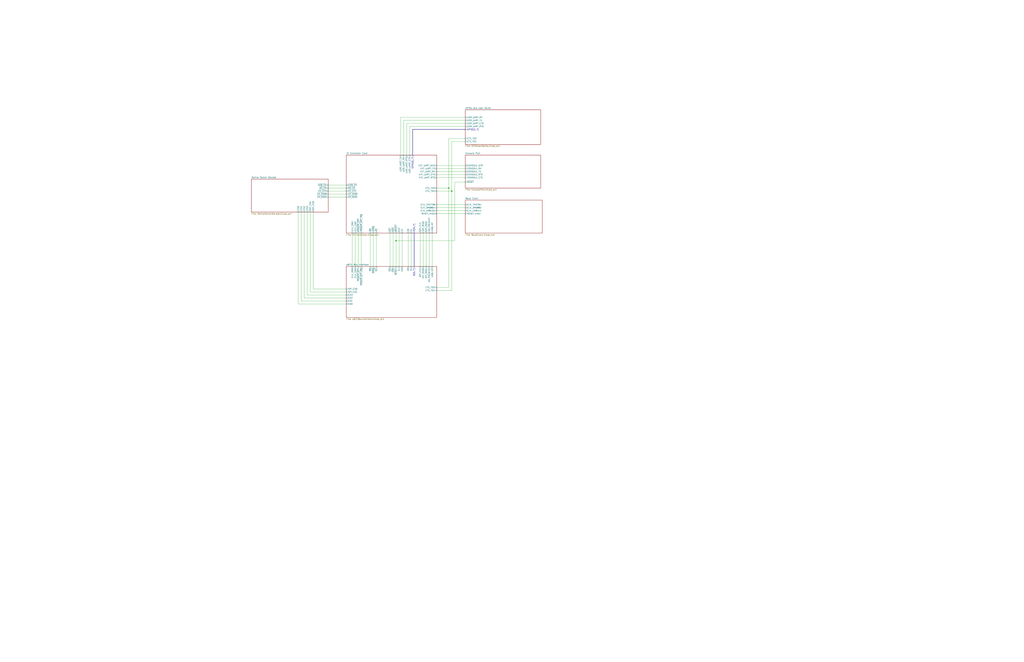
<source format=kicad_sch>
(kicad_sch
	(version 20250114)
	(generator "eeschema")
	(generator_version "9.0")
	(uuid "db33a8e4-587d-4e74-8d3f-b68910957121")
	(paper "D")
	(title_block
		(title "Zephyr-80 IO Controller")
		(date "2026-02-02")
		(rev "0.1")
	)
	(lib_symbols)
	(junction
		(at 334.01 203.2)
		(diameter 0)
		(color 0 0 0 0)
		(uuid "05ef5dbb-58ff-434e-88ff-2031ed8b9d58")
	)
	(junction
		(at 378.46 158.75)
		(diameter 0)
		(color 0 0 0 0)
		(uuid "90637f61-b9fe-4375-a7d3-52a477563d0f")
	)
	(junction
		(at 381 161.29)
		(diameter 0)
		(color 0 0 0 0)
		(uuid "dc83f77d-1b3c-4695-a196-0f8b97268efa")
	)
	(wire
		(pts
			(xy 381 245.11) (xy 368.3 245.11)
		)
		(stroke
			(width 0)
			(type default)
		)
		(uuid "0d1e92e5-5ad8-4031-be74-5d3bb4a935e2")
	)
	(wire
		(pts
			(xy 292.1 246.38) (xy 261.62 246.38)
		)
		(stroke
			(width 0)
			(type default)
		)
		(uuid "0f56e347-37cf-493f-ae8a-b62660f8a8de")
	)
	(wire
		(pts
			(xy 292.1 254) (xy 254 254)
		)
		(stroke
			(width 0)
			(type default)
		)
		(uuid "13c979f3-e68a-49f9-b109-a893742d49f5")
	)
	(wire
		(pts
			(xy 368.3 180.34) (xy 392.43 180.34)
		)
		(stroke
			(width 0)
			(type default)
		)
		(uuid "16479f65-fe00-49a9-a96f-e44c15569bd6")
	)
	(wire
		(pts
			(xy 337.82 99.06) (xy 337.82 130.81)
		)
		(stroke
			(width 0)
			(type default)
		)
		(uuid "19372f56-de01-42fa-9eb7-db3b16d44c83")
	)
	(bus
		(pts
			(xy 347.98 109.22) (xy 392.43 109.22)
		)
		(stroke
			(width 0)
			(type default)
		)
		(uuid "217cf9bf-7f4c-4692-a405-9d975aa48de2")
	)
	(wire
		(pts
			(xy 378.46 116.84) (xy 392.43 116.84)
		)
		(stroke
			(width 0)
			(type default)
		)
		(uuid "23aeb476-9a93-4009-89ae-c39db9caa528")
	)
	(wire
		(pts
			(xy 312.42 196.85) (xy 312.42 224.79)
		)
		(stroke
			(width 0)
			(type default)
		)
		(uuid "247632b3-a7eb-4ac9-96ec-8512b7dd9f96")
	)
	(wire
		(pts
			(xy 276.86 163.83) (xy 292.1 163.83)
		)
		(stroke
			(width 0)
			(type default)
		)
		(uuid "26073b0d-1c17-4989-99e8-a4cefe807248")
	)
	(wire
		(pts
			(xy 276.86 166.37) (xy 292.1 166.37)
		)
		(stroke
			(width 0)
			(type default)
		)
		(uuid "2631b2ad-f462-45a5-984b-ea27985bc647")
	)
	(wire
		(pts
			(xy 368.3 161.29) (xy 381 161.29)
		)
		(stroke
			(width 0)
			(type default)
		)
		(uuid "2d0c2605-75a1-4ca3-8098-567d78d7b1fb")
	)
	(wire
		(pts
			(xy 392.43 99.06) (xy 337.82 99.06)
		)
		(stroke
			(width 0)
			(type default)
		)
		(uuid "33e44973-cc8f-4f17-a4b4-ed8351d0cfc1")
	)
	(wire
		(pts
			(xy 342.9 130.81) (xy 342.9 104.14)
		)
		(stroke
			(width 0)
			(type default)
		)
		(uuid "38100e9f-d718-4321-89c6-49b084eaaf0f")
	)
	(wire
		(pts
			(xy 381 161.29) (xy 381 119.38)
		)
		(stroke
			(width 0)
			(type default)
		)
		(uuid "3ab501eb-90fd-4e4a-8fc2-e37c605b25c9")
	)
	(wire
		(pts
			(xy 368.3 158.75) (xy 378.46 158.75)
		)
		(stroke
			(width 0)
			(type default)
		)
		(uuid "3e4f2fb3-cffc-4b90-b995-33ce2bdaeba1")
	)
	(wire
		(pts
			(xy 261.62 246.38) (xy 261.62 179.07)
		)
		(stroke
			(width 0)
			(type default)
		)
		(uuid "4919fb5e-133f-4c2d-b53f-ee3e536fc478")
	)
	(wire
		(pts
			(xy 381 161.29) (xy 381 245.11)
		)
		(stroke
			(width 0)
			(type default)
		)
		(uuid "4de11120-f70b-4421-aa36-1db8ef7770ef")
	)
	(wire
		(pts
			(xy 346.71 196.85) (xy 346.71 224.79)
		)
		(stroke
			(width 0)
			(type default)
		)
		(uuid "4ee137a7-b161-41e3-80d4-3e874191f20b")
	)
	(wire
		(pts
			(xy 368.3 147.32) (xy 392.43 147.32)
		)
		(stroke
			(width 0)
			(type default)
		)
		(uuid "5b8564e9-5159-46a8-8374-16bd171801fc")
	)
	(wire
		(pts
			(xy 292.1 251.46) (xy 256.54 251.46)
		)
		(stroke
			(width 0)
			(type default)
		)
		(uuid "5ff62195-d14a-48da-8c9b-ebe76816e13e")
	)
	(wire
		(pts
			(xy 378.46 158.75) (xy 378.46 242.57)
		)
		(stroke
			(width 0)
			(type default)
		)
		(uuid "6402445e-ac41-41dc-b656-d21816f45675")
	)
	(wire
		(pts
			(xy 361.95 196.85) (xy 361.95 224.79)
		)
		(stroke
			(width 0)
			(type default)
		)
		(uuid "6b35d5c3-b6a8-4e10-86ae-4e6c656e910e")
	)
	(wire
		(pts
			(xy 304.8 196.85) (xy 304.8 224.79)
		)
		(stroke
			(width 0)
			(type default)
		)
		(uuid "6d45a5c1-1067-48bb-9542-f8a26aa8e4c0")
	)
	(wire
		(pts
			(xy 368.3 144.78) (xy 392.43 144.78)
		)
		(stroke
			(width 0)
			(type default)
		)
		(uuid "6e8a739c-5551-4afe-b66b-a2f4103dc9d8")
	)
	(wire
		(pts
			(xy 251.46 256.54) (xy 251.46 179.07)
		)
		(stroke
			(width 0)
			(type default)
		)
		(uuid "7072677f-d2f0-4931-8964-0017d39c4a09")
	)
	(wire
		(pts
			(xy 381 119.38) (xy 392.43 119.38)
		)
		(stroke
			(width 0)
			(type default)
		)
		(uuid "7189db4a-8f7a-4c55-a2b9-b50863b79ff1")
	)
	(wire
		(pts
			(xy 378.46 242.57) (xy 368.3 242.57)
		)
		(stroke
			(width 0)
			(type default)
		)
		(uuid "75444b16-2c98-448a-b676-e5ed98df8839")
	)
	(wire
		(pts
			(xy 344.17 196.85) (xy 344.17 224.79)
		)
		(stroke
			(width 0)
			(type default)
		)
		(uuid "76132185-5c1b-434c-95d6-9e79307b9958")
	)
	(wire
		(pts
			(xy 334.01 203.2) (xy 334.01 224.79)
		)
		(stroke
			(width 0)
			(type default)
		)
		(uuid "76b67d1b-e9ba-4d38-bac5-f8f6c724fafb")
	)
	(wire
		(pts
			(xy 339.09 196.85) (xy 339.09 224.79)
		)
		(stroke
			(width 0)
			(type default)
		)
		(uuid "7f41cdf5-5e69-44d2-b54f-2502c863900a")
	)
	(wire
		(pts
			(xy 317.5 196.85) (xy 317.5 224.79)
		)
		(stroke
			(width 0)
			(type default)
		)
		(uuid "8501a03a-c1b4-4fa9-8790-42b732d1af8b")
	)
	(wire
		(pts
			(xy 383.54 153.67) (xy 392.43 153.67)
		)
		(stroke
			(width 0)
			(type default)
		)
		(uuid "8c1a943b-78f8-4c2a-8cd7-771ac37db096")
	)
	(wire
		(pts
			(xy 368.3 177.8) (xy 392.43 177.8)
		)
		(stroke
			(width 0)
			(type default)
		)
		(uuid "8cc33781-4f71-4635-95ac-e4d62d290138")
	)
	(bus
		(pts
			(xy 349.25 196.85) (xy 349.25 224.79)
		)
		(stroke
			(width 0)
			(type default)
		)
		(uuid "92a273c0-016f-4909-a9b6-6bdfd6134817")
	)
	(wire
		(pts
			(xy 368.3 139.7) (xy 392.43 139.7)
		)
		(stroke
			(width 0)
			(type default)
		)
		(uuid "937dbe7d-611e-4b3c-b6cd-2961d0c4e3b0")
	)
	(wire
		(pts
			(xy 276.86 158.75) (xy 292.1 158.75)
		)
		(stroke
			(width 0)
			(type default)
		)
		(uuid "959ec538-15f8-4dfe-9fae-d3c1d7e92be2")
	)
	(wire
		(pts
			(xy 292.1 256.54) (xy 251.46 256.54)
		)
		(stroke
			(width 0)
			(type default)
		)
		(uuid "9ba93dde-5dcd-4f0b-9b46-2fa014397630")
	)
	(wire
		(pts
			(xy 359.41 196.85) (xy 359.41 224.79)
		)
		(stroke
			(width 0)
			(type default)
		)
		(uuid "9d117faf-d2d2-4fa3-8ef7-34f238a5227c")
	)
	(wire
		(pts
			(xy 256.54 251.46) (xy 256.54 179.07)
		)
		(stroke
			(width 0)
			(type default)
		)
		(uuid "a0172304-9941-4410-b988-fe4bcce798ae")
	)
	(wire
		(pts
			(xy 368.3 175.26) (xy 392.43 175.26)
		)
		(stroke
			(width 0)
			(type default)
		)
		(uuid "a33269ed-4aa0-4f36-9c88-dcfdb3d1e875")
	)
	(wire
		(pts
			(xy 345.44 130.81) (xy 345.44 106.68)
		)
		(stroke
			(width 0)
			(type default)
		)
		(uuid "a7b8e4ca-26ac-4ade-bdcd-67ba18d94828")
	)
	(wire
		(pts
			(xy 331.47 196.85) (xy 331.47 224.79)
		)
		(stroke
			(width 0)
			(type default)
		)
		(uuid "ab30204a-3616-462f-a7a0-12521f8e88b8")
	)
	(wire
		(pts
			(xy 292.1 248.92) (xy 259.08 248.92)
		)
		(stroke
			(width 0)
			(type default)
		)
		(uuid "acdf12d9-33ce-4ab4-8722-965b0fc71901")
	)
	(wire
		(pts
			(xy 368.3 142.24) (xy 392.43 142.24)
		)
		(stroke
			(width 0)
			(type default)
		)
		(uuid "ad7cca73-e89b-4f25-9f74-af9efae82f01")
	)
	(wire
		(pts
			(xy 342.9 104.14) (xy 392.43 104.14)
		)
		(stroke
			(width 0)
			(type default)
		)
		(uuid "aed790ba-6635-4f23-88b6-2f6c06bf58da")
	)
	(wire
		(pts
			(xy 368.3 149.86) (xy 392.43 149.86)
		)
		(stroke
			(width 0)
			(type default)
		)
		(uuid "af419fc4-b977-45cc-8b13-2e946edab462")
	)
	(wire
		(pts
			(xy 276.86 156.21) (xy 292.1 156.21)
		)
		(stroke
			(width 0)
			(type default)
		)
		(uuid "af846851-6513-461d-8917-df8da87fea7e")
	)
	(wire
		(pts
			(xy 334.01 196.85) (xy 334.01 203.2)
		)
		(stroke
			(width 0)
			(type default)
		)
		(uuid "b2b0765c-82b1-44f2-be74-12e3307c2f5f")
	)
	(wire
		(pts
			(xy 314.96 196.85) (xy 314.96 224.79)
		)
		(stroke
			(width 0)
			(type default)
		)
		(uuid "b3b8dc96-310f-452d-b2ef-06ce61fd8f64")
	)
	(wire
		(pts
			(xy 345.44 106.68) (xy 392.43 106.68)
		)
		(stroke
			(width 0)
			(type default)
		)
		(uuid "b434657f-e668-40bb-a0aa-d7caeacf4828")
	)
	(wire
		(pts
			(xy 292.1 243.84) (xy 264.16 243.84)
		)
		(stroke
			(width 0)
			(type default)
		)
		(uuid "b55d75ab-0881-4a72-8019-aaacabbe7724")
	)
	(wire
		(pts
			(xy 328.93 196.85) (xy 328.93 224.79)
		)
		(stroke
			(width 0)
			(type default)
		)
		(uuid "b69dd396-930d-4be5-b5aa-9ff362deed24")
	)
	(wire
		(pts
			(xy 276.86 161.29) (xy 292.1 161.29)
		)
		(stroke
			(width 0)
			(type default)
		)
		(uuid "b7392a47-4016-4a14-a8c1-a962b46e5e4b")
	)
	(wire
		(pts
			(xy 356.87 196.85) (xy 356.87 224.79)
		)
		(stroke
			(width 0)
			(type default)
		)
		(uuid "b91c460f-ffe1-4338-b10b-50636b36af1b")
	)
	(wire
		(pts
			(xy 299.72 196.85) (xy 299.72 224.79)
		)
		(stroke
			(width 0)
			(type default)
		)
		(uuid "c04fb5fb-5317-45b8-aae9-92a74a4b1a99")
	)
	(wire
		(pts
			(xy 302.26 196.85) (xy 302.26 224.79)
		)
		(stroke
			(width 0)
			(type default)
		)
		(uuid "c7688392-e993-49bd-8011-d399155a019b")
	)
	(wire
		(pts
			(xy 297.18 196.85) (xy 297.18 224.79)
		)
		(stroke
			(width 0)
			(type default)
		)
		(uuid "c83859f8-5bc3-4978-b61e-525b9314d10b")
	)
	(wire
		(pts
			(xy 364.49 196.85) (xy 364.49 224.79)
		)
		(stroke
			(width 0)
			(type default)
		)
		(uuid "c8fdbb9a-d40b-46d7-9649-aec151d306e1")
	)
	(wire
		(pts
			(xy 368.3 172.72) (xy 392.43 172.72)
		)
		(stroke
			(width 0)
			(type default)
		)
		(uuid "cc27fb95-ea9a-4817-9816-a4925599da92")
	)
	(wire
		(pts
			(xy 354.33 196.85) (xy 354.33 224.79)
		)
		(stroke
			(width 0)
			(type default)
		)
		(uuid "cf6f5f62-28a7-4d2c-8434-380a7aa99b57")
	)
	(wire
		(pts
			(xy 340.36 101.6) (xy 340.36 130.81)
		)
		(stroke
			(width 0)
			(type default)
		)
		(uuid "da43ac12-a45c-4d8d-999d-0542034463fb")
	)
	(wire
		(pts
			(xy 383.54 203.2) (xy 383.54 153.67)
		)
		(stroke
			(width 0)
			(type default)
		)
		(uuid "dd660a1b-a285-4276-8e23-252aee2bb08c")
	)
	(wire
		(pts
			(xy 254 254) (xy 254 179.07)
		)
		(stroke
			(width 0)
			(type default)
		)
		(uuid "de645cdb-2669-4f38-8379-1877cb95e621")
	)
	(wire
		(pts
			(xy 259.08 248.92) (xy 259.08 179.07)
		)
		(stroke
			(width 0)
			(type default)
		)
		(uuid "e78230b9-3303-46a7-adb0-e28317a8ff2d")
	)
	(wire
		(pts
			(xy 336.55 196.85) (xy 336.55 224.79)
		)
		(stroke
			(width 0)
			(type default)
		)
		(uuid "e8f625e3-8689-4b16-aade-f5557940ab2c")
	)
	(wire
		(pts
			(xy 378.46 158.75) (xy 378.46 116.84)
		)
		(stroke
			(width 0)
			(type default)
		)
		(uuid "f82c3c9e-85f4-43f1-9d38-9c8f6a2dcd4d")
	)
	(wire
		(pts
			(xy 264.16 243.84) (xy 264.16 179.07)
		)
		(stroke
			(width 0)
			(type default)
		)
		(uuid "f8dc9225-df3b-48d7-8ca7-094e7e961fa3")
	)
	(wire
		(pts
			(xy 392.43 101.6) (xy 340.36 101.6)
		)
		(stroke
			(width 0)
			(type default)
		)
		(uuid "fe21d827-b56c-49f0-ad28-782ab81b051c")
	)
	(bus
		(pts
			(xy 347.98 130.81) (xy 347.98 109.22)
		)
		(stroke
			(width 0)
			(type default)
		)
		(uuid "fe22bfee-7715-4140-83da-59f59d7a49df")
	)
	(wire
		(pts
			(xy 334.01 203.2) (xy 383.54 203.2)
		)
		(stroke
			(width 0)
			(type default)
		)
		(uuid "fe410142-3395-440e-989b-36b09c85d95e")
	)
	(sheet
		(at 392.43 168.91)
		(size 64.77 27.94)
		(exclude_from_sim no)
		(in_bom yes)
		(on_board yes)
		(dnp no)
		(fields_autoplaced yes)
		(stroke
			(width 0.1524)
			(type solid)
		)
		(fill
			(color 0 0 0 0.0000)
		)
		(uuid "1e002eec-a925-41bd-9968-565c74f66dea")
		(property "Sheetname" "Baud Clock"
			(at 392.43 168.1984 0)
			(effects
				(font
					(size 1.27 1.27)
				)
				(justify left bottom)
			)
		)
		(property "Sheetfile" "BaudClock.kicad_sch"
			(at 392.43 197.4346 0)
			(effects
				(font
					(size 1.27 1.27)
				)
				(justify left top)
			)
		)
		(pin "CLK_3M6882" output
			(at 392.43 175.26 180)
			(uuid "bb99de01-cff7-4d13-a969-0ae5a4f347ce")
			(effects
				(font
					(size 1.27 1.27)
				)
				(justify left)
			)
		)
		(pin "CLK_1M8441" output
			(at 392.43 177.8 180)
			(uuid "7dbb79c6-8ed9-4e42-8333-290ac50773b1")
			(effects
				(font
					(size 1.27 1.27)
				)
				(justify left)
			)
		)
		(pin "RESET_HIGH" input
			(at 392.43 180.34 180)
			(uuid "0c813f08-79dc-42b9-be93-8a8914f15b5f")
			(effects
				(font
					(size 1.27 1.27)
				)
				(justify left)
			)
		)
		(pin "CLK_7M3764" output
			(at 392.43 172.72 180)
			(uuid "83bb5aa7-178f-4e08-95e9-dd2ce3637da9")
			(effects
				(font
					(size 1.27 1.27)
				)
				(justify left)
			)
		)
		(instances
			(project "Zephyr-80-IO"
				(path "/db33a8e4-587d-4e74-8d3f-b68910957121"
					(page "5")
				)
			)
		)
	)
	(sheet
		(at 212.09 151.13)
		(size 64.77 27.94)
		(exclude_from_sim no)
		(in_bom yes)
		(on_board yes)
		(dnp no)
		(fields_autoplaced yes)
		(stroke
			(width 0.1524)
			(type solid)
		)
		(fill
			(color 0 0 0 0.0000)
		)
		(uuid "305a452b-f523-4469-92bb-957195b37b9f")
		(property "Sheetname" "Device Select Decode"
			(at 212.09 150.4184 0)
			(effects
				(font
					(size 1.27 1.27)
				)
				(justify left bottom)
			)
		)
		(property "Sheetfile" "DeviceSelectDecode.kicad_sch"
			(at 212.09 179.6546 0)
			(effects
				(font
					(size 1.27 1.27)
				)
				(justify left top)
			)
		)
		(pin "CS0" input
			(at 251.46 179.07 270)
			(uuid "384db6ae-4779-41e7-8d35-a606c650c4c7")
			(effects
				(font
					(size 1.27 1.27)
				)
				(justify left)
			)
		)
		(pin "CS1" input
			(at 254 179.07 270)
			(uuid "efb75780-c030-4f0f-89d2-60c5de4fda7f")
			(effects
				(font
					(size 1.27 1.27)
				)
				(justify left)
			)
		)
		(pin "CS2" input
			(at 256.54 179.07 270)
			(uuid "66630c7b-9975-41a4-95bb-6d43e0a99ce7")
			(effects
				(font
					(size 1.27 1.27)
				)
				(justify left)
			)
		)
		(pin "CS3" input
			(at 259.08 179.07 270)
			(uuid "7c38b191-e1ba-407e-83fb-b75ef6f10e60")
			(effects
				(font
					(size 1.27 1.27)
				)
				(justify left)
			)
		)
		(pin "SPI_CS0" output
			(at 264.16 179.07 270)
			(uuid "955db685-19ef-4ef2-9ff4-a94553fff804")
			(effects
				(font
					(size 1.27 1.27)
				)
				(justify left)
			)
		)
		(pin "~{SD_CS}" input
			(at 276.86 158.75 0)
			(uuid "9fd745fe-4498-4d58-a606-136e64daa558")
			(effects
				(font
					(size 1.27 1.27)
				)
				(justify right)
			)
		)
		(pin "SPI_CS1" output
			(at 261.62 179.07 270)
			(uuid "db4c86d3-1b7f-4697-b226-3e3ebf7cc25d")
			(effects
				(font
					(size 1.27 1.27)
				)
				(justify left)
			)
		)
		(pin "~{USB_CS}" input
			(at 276.86 156.21 0)
			(uuid "b1201eff-f040-41e7-a05b-da14cd002a0e")
			(effects
				(font
					(size 1.27 1.27)
				)
				(justify right)
			)
		)
		(pin "~{CE_CTC}" output
			(at 276.86 161.29 0)
			(uuid "8b96170c-ae26-4191-9c8a-acf67d0267b1")
			(effects
				(font
					(size 1.27 1.27)
				)
				(justify right)
			)
		)
		(pin "~{CE_SIO0}" output
			(at 276.86 163.83 0)
			(uuid "3993305b-119b-4c95-863b-248e8abc5a41")
			(effects
				(font
					(size 1.27 1.27)
				)
				(justify right)
			)
		)
		(pin "~{CE_SIO1}" output
			(at 276.86 166.37 0)
			(uuid "da5a3abc-d2c9-4558-9c9c-6eed776b450d")
			(effects
				(font
					(size 1.27 1.27)
				)
				(justify right)
			)
		)
		(instances
			(project "Zephyr-80-IO"
				(path "/db33a8e4-587d-4e74-8d3f-b68910957121"
					(page "6")
				)
			)
		)
	)
	(sheet
		(at 292.1 130.81)
		(size 76.2 66.04)
		(exclude_from_sim no)
		(in_bom yes)
		(on_board yes)
		(dnp no)
		(fields_autoplaced yes)
		(stroke
			(width 0.1524)
			(type solid)
		)
		(fill
			(color 0 0 0 0.0000)
		)
		(uuid "40aeb9cf-7834-4efc-b850-38b27b4487fe")
		(property "Sheetname" "IO Controller Card"
			(at 292.1 130.0984 0)
			(effects
				(font
					(size 1.27 1.27)
				)
				(justify left bottom)
			)
		)
		(property "Sheetfile" "IO Controller.kicad_sch"
			(at 292.1 197.4346 0)
			(effects
				(font
					(size 1.27 1.27)
				)
				(justify left top)
			)
		)
		(pin "CLK_7M3728" input
			(at 368.3 172.72 0)
			(uuid "bd1c4fa7-db2c-44d3-b575-d84eb4c2b1f5")
			(effects
				(font
					(size 1.27 1.27)
				)
				(justify right)
			)
		)
		(pin "EXT_UART_RTS" output
			(at 368.3 149.86 0)
			(uuid "cc408a88-f812-45f5-a590-7342357a0b9e")
			(effects
				(font
					(size 1.27 1.27)
				)
				(justify right)
			)
		)
		(pin "EXT_UART_RX" input
			(at 368.3 144.78 0)
			(uuid "f4bdfa7b-e067-4bc3-8ab4-610298c264d0")
			(effects
				(font
					(size 1.27 1.27)
				)
				(justify right)
			)
		)
		(pin "SPI_MISO" input
			(at 356.87 196.85 270)
			(uuid "781f92ed-ff6b-421d-9256-c19d3bda67b2")
			(effects
				(font
					(size 1.27 1.27)
				)
				(justify left)
			)
		)
		(pin "EXT_UART_CTS" input
			(at 368.3 147.32 0)
			(uuid "ad3e3750-fdd5-4783-a8be-6443005fe241")
			(effects
				(font
					(size 1.27 1.27)
				)
				(justify right)
			)
		)
		(pin "USR_UART_TX" output
			(at 337.82 130.81 90)
			(uuid "1cdb0032-68cc-409e-870c-e6abfa816060")
			(effects
				(font
					(size 1.27 1.27)
				)
				(justify right)
			)
		)
		(pin "EXT_UART_TX" output
			(at 368.3 142.24 0)
			(uuid "bfe5f9ab-b255-494c-80c9-ab09dfbe3319")
			(effects
				(font
					(size 1.27 1.27)
				)
				(justify right)
			)
		)
		(pin "IEO" output
			(at 336.55 196.85 270)
			(uuid "8db385bd-d018-455a-8b51-38deaf646c59")
			(effects
				(font
					(size 1.27 1.27)
				)
				(justify left)
			)
		)
		(pin "CLK_1M8432" input
			(at 368.3 177.8 0)
			(uuid "5af2e9d9-4b2e-479d-8d6b-8c2ba9590d19")
			(effects
				(font
					(size 1.27 1.27)
				)
				(justify right)
			)
		)
		(pin "CTC_TO2" output
			(at 368.3 158.75 0)
			(uuid "dbf76bc3-80e1-4d88-a68a-08324f87b5e1")
			(effects
				(font
					(size 1.27 1.27)
				)
				(justify right)
			)
		)
		(pin "SPI_CLK" output
			(at 354.33 196.85 270)
			(uuid "ca9cde3b-8669-4b35-ad1a-b85c97217d4e")
			(effects
				(font
					(size 1.27 1.27)
				)
				(justify left)
			)
		)
		(pin "CTC_TO1" output
			(at 368.3 161.29 0)
			(uuid "b7592412-5bf5-433a-b0dc-a7ad18142763")
			(effects
				(font
					(size 1.27 1.27)
				)
				(justify right)
			)
		)
		(pin "USR_UART_RTS" output
			(at 342.9 130.81 90)
			(uuid "9bdc7247-7215-44cc-a5d5-32a04638f8fb")
			(effects
				(font
					(size 1.27 1.27)
				)
				(justify right)
			)
		)
		(pin "~{NMI}" passive
			(at 331.47 196.85 270)
			(uuid "f440c4de-cc90-4d23-ba5c-8377747ec02e")
			(effects
				(font
					(size 1.27 1.27)
				)
				(justify left)
			)
		)
		(pin "CLK_3M6864" input
			(at 368.3 175.26 0)
			(uuid "4f747ffd-017f-430a-92f0-0718ced0ac39")
			(effects
				(font
					(size 1.27 1.27)
				)
				(justify right)
			)
		)
		(pin "A1" input
			(at 346.71 196.85 270)
			(uuid "f852e92d-ea51-4e94-b7d2-9bc0b2a6c31a")
			(effects
				(font
					(size 1.27 1.27)
				)
				(justify left)
			)
		)
		(pin "RESET_HIGH" output
			(at 368.3 180.34 0)
			(uuid "1f6c2c05-ef85-4977-b1cb-1592fcbee2b7")
			(effects
				(font
					(size 1.27 1.27)
				)
				(justify right)
			)
		)
		(pin "~{INT}" passive
			(at 328.93 196.85 270)
			(uuid "6e2fdfc0-c6b8-4ab2-a1ff-f72151dd2afe")
			(effects
				(font
					(size 1.27 1.27)
				)
				(justify left)
			)
		)
		(pin "~{USB_CS}" output
			(at 292.1 156.21 180)
			(uuid "e2450619-2b8f-4d1e-91d3-ddafa706368d")
			(effects
				(font
					(size 1.27 1.27)
				)
				(justify left)
			)
		)
		(pin "SD_PRESENT" input
			(at 361.95 196.85 270)
			(uuid "65f0b3b6-f970-457d-885a-b00ecbdb906b")
			(effects
				(font
					(size 1.27 1.27)
				)
				(justify left)
			)
		)
		(pin "SPI_MOSI" output
			(at 359.41 196.85 270)
			(uuid "b71882e8-c684-450d-b427-15ddd8f9794e")
			(effects
				(font
					(size 1.27 1.27)
				)
				(justify left)
			)
		)
		(pin "USR_UART_CTS" input
			(at 345.44 130.81 90)
			(uuid "31dddf6d-9db0-4589-b285-31991f0edd8f")
			(effects
				(font
					(size 1.27 1.27)
				)
				(justify right)
			)
		)
		(pin "~{POWER_OFF}" output
			(at 302.26 196.85 270)
			(uuid "5accb624-4e06-4dda-a368-1e7b1ec5c395")
			(effects
				(font
					(size 1.27 1.27)
				)
				(justify left)
			)
		)
		(pin "EXT_UART_DCD" input
			(at 368.3 139.7 0)
			(uuid "b4a99c63-082e-4817-a1b1-6d3fd7f61f10")
			(effects
				(font
					(size 1.27 1.27)
				)
				(justify right)
			)
		)
		(pin "~{POWER_OFF_RQ}" input
			(at 304.8 196.85 270)
			(uuid "1c944e57-271f-4eaf-ba26-9cfdfd4d014b")
			(effects
				(font
					(size 1.27 1.27)
				)
				(justify left)
			)
		)
		(pin "USR_UART_RX" input
			(at 340.36 130.81 90)
			(uuid "3ef02018-07fa-46fe-b191-c5495fa4d453")
			(effects
				(font
					(size 1.27 1.27)
				)
				(justify right)
			)
		)
		(pin "D[0..7]" bidirectional
			(at 349.25 196.85 270)
			(uuid "6b3770ee-df00-4491-8332-ed870c708628")
			(effects
				(font
					(size 1.27 1.27)
				)
				(justify left)
			)
		)
		(pin "~{RESET}" output
			(at 334.01 196.85 270)
			(uuid "4367d87f-2949-4fb5-b07a-1f74fad3cfc7")
			(effects
				(font
					(size 1.27 1.27)
				)
				(justify left)
			)
		)
		(pin "~{SD_CS}" output
			(at 292.1 158.75 180)
			(uuid "8e2b9ad4-86b3-4711-8dd6-de1ecaf175e3")
			(effects
				(font
					(size 1.27 1.27)
				)
				(justify left)
			)
		)
		(pin "USB_INT" input
			(at 364.49 196.85 270)
			(uuid "2466731a-6eed-4208-8300-36340713d13a")
			(effects
				(font
					(size 1.27 1.27)
				)
				(justify left)
			)
		)
		(pin "A0" input
			(at 344.17 196.85 270)
			(uuid "695b5066-c6ef-43d1-94bc-a666d0b05d82")
			(effects
				(font
					(size 1.27 1.27)
				)
				(justify left)
			)
		)
		(pin "CLK_20M" input
			(at 297.18 196.85 270)
			(uuid "55ab99a3-ffa0-4f03-9149-801ebcd525a2")
			(effects
				(font
					(size 1.27 1.27)
				)
				(justify left)
			)
		)
		(pin "CLK_10M" input
			(at 299.72 196.85 270)
			(uuid "9db63285-b4d1-4acb-a885-f4b96fb69633")
			(effects
				(font
					(size 1.27 1.27)
				)
				(justify left)
			)
		)
		(pin "GPIO[0..7]" input
			(at 347.98 130.81 90)
			(uuid "0e2ae1f7-87b7-4fe5-8c4f-4c5f3077e865")
			(effects
				(font
					(size 1.27 1.27)
				)
				(justify right)
			)
		)
		(pin "~{CE_CTC}" input
			(at 292.1 161.29 180)
			(uuid "1fdfbbb2-80eb-47ef-8e9d-25b25082af52")
			(effects
				(font
					(size 1.27 1.27)
				)
				(justify left)
			)
		)
		(pin "~{CE_SIO1}" input
			(at 292.1 166.37 180)
			(uuid "afe9b717-800d-4ebd-a6ea-c1e938a75815")
			(effects
				(font
					(size 1.27 1.27)
				)
				(justify left)
			)
		)
		(pin "~{CE_SIO0}" input
			(at 292.1 163.83 180)
			(uuid "7cd5ff15-f8c1-45e2-9bf8-00973c3293f5")
			(effects
				(font
					(size 1.27 1.27)
				)
				(justify left)
			)
		)
		(pin "~{M1}" input
			(at 317.5 196.85 270)
			(uuid "f421f010-6769-418c-891f-0416585baeeb")
			(effects
				(font
					(size 1.27 1.27)
				)
				(justify left)
			)
		)
		(pin "~{RD}" input
			(at 312.42 196.85 270)
			(uuid "0b405fd7-3357-4921-9aa0-de5cc2948b1c")
			(effects
				(font
					(size 1.27 1.27)
				)
				(justify left)
			)
		)
		(pin "~{IORQ}" input
			(at 314.96 196.85 270)
			(uuid "cbb203b6-25d2-47e3-94b1-29abb9ff3a0f")
			(effects
				(font
					(size 1.27 1.27)
				)
				(justify left)
			)
		)
		(pin "IEI" input
			(at 339.09 196.85 270)
			(uuid "dc4bc1f5-e146-4fe1-b79f-2429903b370d")
			(effects
				(font
					(size 1.27 1.27)
				)
				(justify left)
			)
		)
		(instances
			(project "Zephyr-80-IO"
				(path "/db33a8e4-587d-4e74-8d3f-b68910957121"
					(page "2")
				)
			)
		)
	)
	(sheet
		(at 292.1 224.79)
		(size 76.2 43.18)
		(exclude_from_sim no)
		(in_bom yes)
		(on_board yes)
		(dnp no)
		(fields_autoplaced yes)
		(stroke
			(width 0.1524)
			(type solid)
		)
		(fill
			(color 0 0 0 0.0000)
		)
		(uuid "61c97d6f-c0cd-4540-8832-42e8c844ef6d")
		(property "Sheetname" "pBITz Bus Interface"
			(at 292.1 224.0784 0)
			(effects
				(font
					(size 1.27 1.27)
				)
				(justify left bottom)
			)
		)
		(property "Sheetfile" "pBITzBusInterface.kicad_sch"
			(at 292.1 268.5546 0)
			(effects
				(font
					(size 1.27 1.27)
				)
				(justify left top)
			)
		)
		(pin "A1" output
			(at 346.71 224.79 90)
			(uuid "82259240-3037-44b6-9bbd-a42c2f04cb30")
			(effects
				(font
					(size 1.27 1.27)
				)
				(justify right)
			)
		)
		(pin "D[0..7]" bidirectional
			(at 349.25 224.79 90)
			(uuid "2ca541d1-0976-4dde-aa01-4c726d4e40f0")
			(effects
				(font
					(size 1.27 1.27)
				)
				(justify right)
			)
		)
		(pin "A0" output
			(at 344.17 224.79 90)
			(uuid "228e231f-936d-4159-a5a0-173362c91f50")
			(effects
				(font
					(size 1.27 1.27)
				)
				(justify right)
			)
		)
		(pin "CLK_20M" output
			(at 297.18 224.79 90)
			(uuid "59cd5dde-9bc1-42d5-91ae-02f5475442ae")
			(effects
				(font
					(size 1.27 1.27)
				)
				(justify right)
			)
		)
		(pin "CLK_10M" output
			(at 299.72 224.79 90)
			(uuid "6b531622-e7b6-482a-b9ae-6a9efb69c58e")
			(effects
				(font
					(size 1.27 1.27)
				)
				(justify right)
			)
		)
		(pin "CS3" output
			(at 292.1 248.92 180)
			(uuid "bc65d712-f57a-49f7-a7b8-b62f876e8632")
			(effects
				(font
					(size 1.27 1.27)
				)
				(justify left)
			)
		)
		(pin "CS0" output
			(at 292.1 256.54 180)
			(uuid "20cba624-43c8-43d0-b501-53dac261963a")
			(effects
				(font
					(size 1.27 1.27)
				)
				(justify left)
			)
		)
		(pin "CS1" output
			(at 292.1 254 180)
			(uuid "69a828c8-ec2a-4ff7-8f0a-39e8f202b632")
			(effects
				(font
					(size 1.27 1.27)
				)
				(justify left)
			)
		)
		(pin "CTC_T01" input
			(at 368.3 245.11 0)
			(uuid "94d65225-1dd7-4031-8221-3643bad36d14")
			(effects
				(font
					(size 1.27 1.27)
				)
				(justify right)
			)
		)
		(pin "CTC_T02" input
			(at 368.3 242.57 0)
			(uuid "880cbd0e-1657-4343-a9e3-c5df5d822400")
			(effects
				(font
					(size 1.27 1.27)
				)
				(justify right)
			)
		)
		(pin "CS2" output
			(at 292.1 251.46 180)
			(uuid "0815fe2e-8666-4abb-bd3d-e8152f8458bb")
			(effects
				(font
					(size 1.27 1.27)
				)
				(justify left)
			)
		)
		(pin "SD_PRESENT" output
			(at 361.95 224.79 90)
			(uuid "0532f760-1191-49b4-a6e8-dea6155b6e7c")
			(effects
				(font
					(size 1.27 1.27)
				)
				(justify right)
			)
		)
		(pin "SPI_CLK" input
			(at 354.33 224.79 90)
			(uuid "db25a15b-1d78-4692-bd0d-443beccf89b9")
			(effects
				(font
					(size 1.27 1.27)
				)
				(justify right)
			)
		)
		(pin "SPI_MISO" output
			(at 356.87 224.79 90)
			(uuid "dcec6967-f64e-4a7d-a4b1-5b24838a2828")
			(effects
				(font
					(size 1.27 1.27)
				)
				(justify right)
			)
		)
		(pin "SPI_MOSI" input
			(at 359.41 224.79 90)
			(uuid "f25c78ab-228d-4614-a0bb-46511519cd95")
			(effects
				(font
					(size 1.27 1.27)
				)
				(justify right)
			)
		)
		(pin "USB_INT" output
			(at 364.49 224.79 90)
			(uuid "c3824afc-fc6d-4447-98ba-05f493dccdf4")
			(effects
				(font
					(size 1.27 1.27)
				)
				(justify right)
			)
		)
		(pin "~{POWER_OFF_RQ}" output
			(at 304.8 224.79 90)
			(uuid "7842e6db-71b1-4b6b-87a7-f2d9c9b478ce")
			(effects
				(font
					(size 1.27 1.27)
				)
				(justify right)
			)
		)
		(pin "~{POWER_OFF}" input
			(at 302.26 224.79 90)
			(uuid "771b7995-b7c8-4cff-8321-b7e0e263efca")
			(effects
				(font
					(size 1.27 1.27)
				)
				(justify right)
			)
		)
		(pin "~{RESET}" input
			(at 334.01 224.79 90)
			(uuid "a991996c-20c3-452d-aa48-c43e3d99d155")
			(effects
				(font
					(size 1.27 1.27)
				)
				(justify right)
			)
		)
		(pin "SPI_CS1" input
			(at 292.1 246.38 180)
			(uuid "761d5e26-4e13-42e4-8ee8-9a20e8a337f8")
			(effects
				(font
					(size 1.27 1.27)
				)
				(justify left)
			)
		)
		(pin "SPI_CS0" input
			(at 292.1 243.84 180)
			(uuid "370b601d-af33-4867-afe9-ccb98128b6c2")
			(effects
				(font
					(size 1.27 1.27)
				)
				(justify left)
			)
		)
		(pin "~{RD}" output
			(at 312.42 224.79 90)
			(uuid "bba47876-0e01-4d6a-8a4a-21a36495d24e")
			(effects
				(font
					(size 1.27 1.27)
				)
				(justify right)
			)
		)
		(pin "~{IORQ}" output
			(at 314.96 224.79 90)
			(uuid "ef19520a-0344-4807-90e0-bed49645cd67")
			(effects
				(font
					(size 1.27 1.27)
				)
				(justify right)
			)
		)
		(pin "~{M1}" output
			(at 317.5 224.79 90)
			(uuid "b994a460-8154-4a3c-bf63-4eb374c16559")
			(effects
				(font
					(size 1.27 1.27)
				)
				(justify right)
			)
		)
		(pin "~{NMI}" passive
			(at 331.47 224.79 90)
			(uuid "75a3129a-ecc1-47f6-b188-1e7b1de43038")
			(effects
				(font
					(size 1.27 1.27)
				)
				(justify right)
			)
		)
		(pin "~{INT}" passive
			(at 328.93 224.79 90)
			(uuid "5d6dcdd8-adae-458f-b4a2-a426a33716ad")
			(effects
				(font
					(size 1.27 1.27)
				)
				(justify right)
			)
		)
		(pin "IEI" input
			(at 336.55 224.79 90)
			(uuid "993d0025-c933-4c49-bfd2-a58b04e49e2a")
			(effects
				(font
					(size 1.27 1.27)
				)
				(justify right)
			)
		)
		(pin "IEO" output
			(at 339.09 224.79 90)
			(uuid "40d064dc-a164-4ec8-b156-f652a6f6dd90")
			(effects
				(font
					(size 1.27 1.27)
				)
				(justify right)
			)
		)
		(instances
			(project "Zephyr-80-IO"
				(path "/db33a8e4-587d-4e74-8d3f-b68910957121"
					(page "3")
				)
			)
		)
	)
	(sheet
		(at 392.43 92.71)
		(size 63.5 29.21)
		(exclude_from_sim no)
		(in_bom yes)
		(on_board yes)
		(dnp no)
		(fields_autoplaced yes)
		(stroke
			(width 0.1524)
			(type solid)
		)
		(fill
			(color 0 0 0 0.0000)
		)
		(uuid "7059b866-7ffc-47f2-bc9f-41763c65c3a7")
		(property "Sheetname" "GPIOs and User Serial"
			(at 392.43 91.9984 0)
			(effects
				(font
					(size 1.27 1.27)
				)
				(justify left bottom)
			)
		)
		(property "Sheetfile" "GPIOUserSerial.kicad_sch"
			(at 392.43 122.5046 0)
			(effects
				(font
					(size 1.27 1.27)
				)
				(justify left top)
			)
		)
		(pin "USR_UART_CTS" input
			(at 392.43 104.14 180)
			(uuid "93994098-a32c-4289-938c-9a08d1c03694")
			(effects
				(font
					(size 1.27 1.27)
				)
				(justify left)
			)
		)
		(pin "CTC_TO2" input
			(at 392.43 116.84 180)
			(uuid "9fa794de-6868-47ca-a99c-ba4cae99b884")
			(effects
				(font
					(size 1.27 1.27)
				)
				(justify left)
			)
		)
		(pin "USR_UART_TX" output
			(at 392.43 101.6 180)
			(uuid "f950021d-44fc-4ba2-8d53-2598ad47a427")
			(effects
				(font
					(size 1.27 1.27)
				)
				(justify left)
			)
		)
		(pin "USR_UART_RX" input
			(at 392.43 99.06 180)
			(uuid "aedcb347-7e93-4aa6-a773-6cd3d5e9ccd7")
			(effects
				(font
					(size 1.27 1.27)
				)
				(justify left)
			)
		)
		(pin "CTC_TO1" input
			(at 392.43 119.38 180)
			(uuid "c99e83cb-796a-4102-a18a-c9580d8a9592")
			(effects
				(font
					(size 1.27 1.27)
				)
				(justify left)
			)
		)
		(pin "GPIO[0..7]" bidirectional
			(at 392.43 109.22 180)
			(uuid "42e104f8-c42b-4fbc-8ad6-2eb96f8e9a53")
			(effects
				(font
					(size 1.27 1.27)
				)
				(justify left)
			)
		)
		(pin "USR_UART_RTS" output
			(at 392.43 106.68 180)
			(uuid "ccbca73d-d558-4c8d-b034-7ef8e2ca3831")
			(effects
				(font
					(size 1.27 1.27)
				)
				(justify left)
			)
		)
		(instances
			(project "Zephyr-80-IO"
				(path "/db33a8e4-587d-4e74-8d3f-b68910957121"
					(page "7")
				)
			)
		)
	)
	(sheet
		(at 392.43 130.81)
		(size 63.5 27.94)
		(exclude_from_sim no)
		(in_bom yes)
		(on_board yes)
		(dnp no)
		(fields_autoplaced yes)
		(stroke
			(width 0.1524)
			(type solid)
		)
		(fill
			(color 0 0 0 0.0000)
		)
		(uuid "fb434b62-1a0f-4105-8c0f-c7518eedf97d")
		(property "Sheetname" "Console Port"
			(at 392.43 130.0984 0)
			(effects
				(font
					(size 1.27 1.27)
				)
				(justify left bottom)
			)
		)
		(property "Sheetfile" "ConsolePort.kicad_sch"
			(at 392.43 159.3346 0)
			(effects
				(font
					(size 1.27 1.27)
				)
				(justify left top)
			)
		)
		(pin "CONSOLE_CTS" input
			(at 392.43 149.86 180)
			(uuid "18c091d3-e2f9-4566-9767-479cee91c7ef")
			(effects
				(font
					(size 1.27 1.27)
				)
				(justify left)
			)
		)
		(pin "CONSOLE_TX" output
			(at 392.43 144.78 180)
			(uuid "f2883e0b-337e-4c5e-abaa-40159280c444")
			(effects
				(font
					(size 1.27 1.27)
				)
				(justify left)
			)
		)
		(pin "CONSOLE_RX" input
			(at 392.43 142.24 180)
			(uuid "9146fbee-6459-4e0d-828b-8fdf09709c09")
			(effects
				(font
					(size 1.27 1.27)
				)
				(justify left)
			)
		)
		(pin "~{RESET}" input
			(at 392.43 153.67 180)
			(uuid "6f1cee9c-a8c8-46b9-a1d2-2f76227bbecc")
			(effects
				(font
					(size 1.27 1.27)
				)
				(justify left)
			)
		)
		(pin "CONSOLE_RTS" output
			(at 392.43 147.32 180)
			(uuid "9cacfbff-c2e4-4e26-8200-3285decd1dd2")
			(effects
				(font
					(size 1.27 1.27)
				)
				(justify left)
			)
		)
		(pin "CONSOLE_DTR" output
			(at 392.43 139.7 180)
			(uuid "3ac53f02-742e-4420-b6a1-430390d12ddb")
			(effects
				(font
					(size 1.27 1.27)
				)
				(justify left)
			)
		)
		(instances
			(project "Zephyr-80-IO"
				(path "/db33a8e4-587d-4e74-8d3f-b68910957121"
					(page "4")
				)
			)
		)
	)
	(sheet_instances
		(path "/"
			(page "1")
		)
	)
	(embedded_fonts no)
)

</source>
